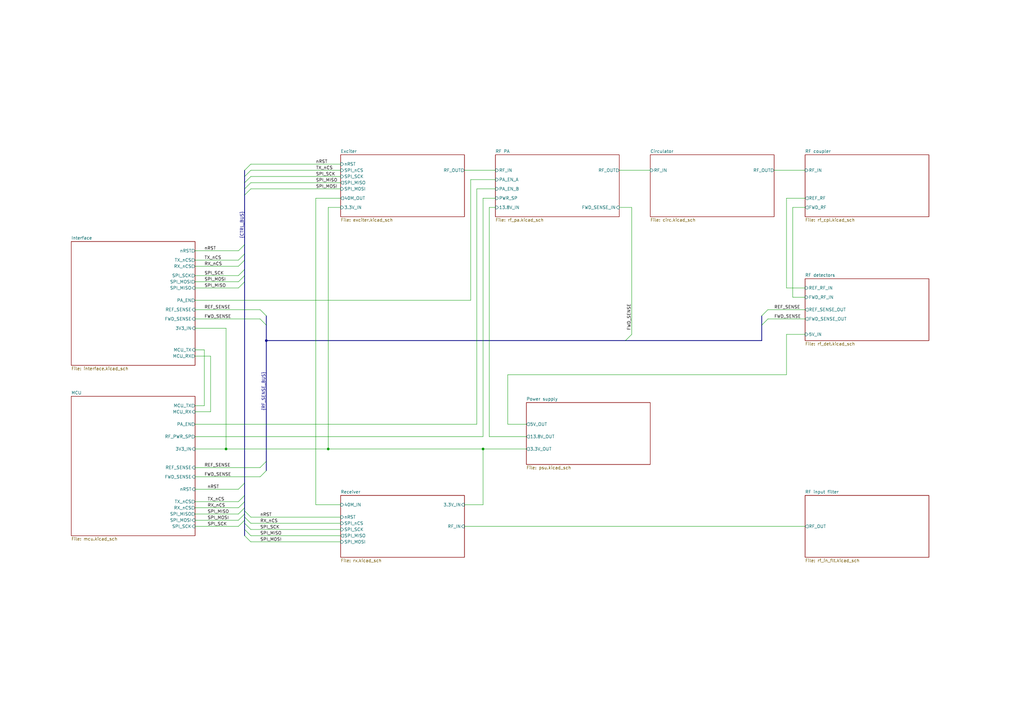
<source format=kicad_sch>
(kicad_sch (version 20230121) (generator eeschema)

  (uuid 4c42207c-9e6b-42da-ad38-da126b892014)

  (paper "A3")

  (title_block
    (title "M17 Remote Radio Unit - RF board")
    (date "10-10-2023")
    (rev "A")
    (company "M17 Project")
    (comment 1 "Wojciech Kaczmarski, SP5WWP")
  )

  (lib_symbols
  )

  (bus_alias "CTRL_BUS" (members "SPI_MISO" "SPI_MOSI" "SPI_SCK" "TX_nCS" "RX_nCS" "nRST"))
  (bus_alias "RF_SENSE_BUS" (members "REF_SENSE" "FWD_SENSE"))
  (junction (at 134.62 184.15) (diameter 0) (color 0 0 0 0)
    (uuid 0d798181-6828-44c3-9a16-b9a6d688165d)
  )
  (junction (at 109.22 139.7) (diameter 0) (color 0 0 0 0)
    (uuid 1a54d1e4-0c19-4cc7-af4b-8f0b6dd58c94)
  )
  (junction (at 92.71 184.15) (diameter 0) (color 0 0 0 0)
    (uuid 24558467-4174-41ea-beba-7b26278c5b88)
  )
  (junction (at 198.12 184.15) (diameter 0) (color 0 0 0 0)
    (uuid 59644ed9-c9a2-46b3-bce4-8938a6a3b67d)
  )

  (bus_entry (at 109.22 193.04) (size -2.54 2.54)
    (stroke (width 0) (type default))
    (uuid 066de444-a7fd-4c66-b861-2dbf7867a56f)
  )
  (bus_entry (at 100.33 69.85) (size 2.54 -2.54)
    (stroke (width 0) (type default))
    (uuid 0d932865-cd68-4495-a5a1-0f5f1917783f)
  )
  (bus_entry (at 100.33 205.74) (size -2.54 2.54)
    (stroke (width 0) (type default))
    (uuid 1dbd64b0-692e-4c46-9124-a4db322faeef)
  )
  (bus_entry (at 100.33 210.82) (size -2.54 2.54)
    (stroke (width 0) (type default))
    (uuid 2a643219-d5b5-4d0c-9f12-a2b01d4361dc)
  )
  (bus_entry (at 100.33 214.63) (size 2.54 2.54)
    (stroke (width 0) (type default))
    (uuid 3f21d4a4-20c2-4633-98db-63fbd84c0206)
  )
  (bus_entry (at 109.22 129.54) (size -2.54 -2.54)
    (stroke (width 0) (type default))
    (uuid 44eb5cbf-230c-4540-b51d-16c4b1f461da)
  )
  (bus_entry (at 109.22 189.23) (size -2.54 2.54)
    (stroke (width 0) (type default))
    (uuid 5414d232-c391-489e-8b66-4c4e87682e9d)
  )
  (bus_entry (at 100.33 74.93) (size 2.54 -2.54)
    (stroke (width 0) (type default))
    (uuid 5766ac73-17b9-44a1-a01a-cd326f361d62)
  )
  (bus_entry (at 100.33 80.01) (size 2.54 -2.54)
    (stroke (width 0) (type default))
    (uuid 5d9caf6f-3fb5-43cb-bf8f-66d896853f78)
  )
  (bus_entry (at 100.33 203.2) (size -2.54 2.54)
    (stroke (width 0) (type default))
    (uuid 601333f7-18c0-4dda-9eae-fbc2ba629778)
  )
  (bus_entry (at 100.33 219.71) (size 2.54 2.54)
    (stroke (width 0) (type default))
    (uuid 62375650-b6a3-436a-b4fb-c90e80620af0)
  )
  (bus_entry (at 109.22 133.35) (size -2.54 -2.54)
    (stroke (width 0) (type default))
    (uuid 62b05f4d-ed9e-40c9-9c96-bd71071850b2)
  )
  (bus_entry (at 100.33 104.14) (size -2.54 2.54)
    (stroke (width 0) (type default))
    (uuid 6c343dc8-6899-49b5-a364-ee8b196d6e21)
  )
  (bus_entry (at 100.33 208.28) (size -2.54 2.54)
    (stroke (width 0) (type default))
    (uuid 6c943c15-6b88-4531-a312-84aea7d8c05e)
  )
  (bus_entry (at 312.42 133.35) (size 2.54 -2.54)
    (stroke (width 0) (type default))
    (uuid 83ae1413-737d-4e32-acb4-7157908e7595)
  )
  (bus_entry (at 100.33 113.03) (size -2.54 2.54)
    (stroke (width 0) (type default))
    (uuid 8fc1c4a3-9451-43a7-85d6-32e43adc274e)
  )
  (bus_entry (at 100.33 209.55) (size 2.54 2.54)
    (stroke (width 0) (type default))
    (uuid 99fc5034-5615-4133-ac62-592ca6650c63)
  )
  (bus_entry (at 100.33 106.68) (size -2.54 2.54)
    (stroke (width 0) (type default))
    (uuid 9a92f2e3-f49c-4ba4-af88-cca34cde23cf)
  )
  (bus_entry (at 100.33 72.39) (size 2.54 -2.54)
    (stroke (width 0) (type default))
    (uuid 9ea8e79b-0d86-41c5-aa11-ee0e9dfa87c6)
  )
  (bus_entry (at 100.33 217.17) (size 2.54 2.54)
    (stroke (width 0) (type default))
    (uuid af051aee-05af-4d1a-90d8-16b5242da765)
  )
  (bus_entry (at 100.33 198.12) (size -2.54 2.54)
    (stroke (width 0) (type default))
    (uuid b144e1c3-2bb6-41a2-9071-d3ea8930a88e)
  )
  (bus_entry (at 100.33 212.09) (size 2.54 2.54)
    (stroke (width 0) (type default))
    (uuid bd6404b8-5e03-4592-b2e4-6b2d0780ac4c)
  )
  (bus_entry (at 100.33 115.57) (size -2.54 2.54)
    (stroke (width 0) (type default))
    (uuid c4069379-4080-47ea-be3b-5665c23be5f8)
  )
  (bus_entry (at 256.54 139.7) (size 2.54 -2.54)
    (stroke (width 0) (type default))
    (uuid c7f0b331-2ff2-43fa-b499-b2b54c205f2c)
  )
  (bus_entry (at 100.33 77.47) (size 2.54 -2.54)
    (stroke (width 0) (type default))
    (uuid cab6b17a-1600-4b1a-80f0-90590c2ceed3)
  )
  (bus_entry (at 100.33 213.36) (size -2.54 2.54)
    (stroke (width 0) (type default))
    (uuid cb091b65-abb7-4f26-9508-5ac93edc77f9)
  )
  (bus_entry (at 100.33 100.33) (size -2.54 2.54)
    (stroke (width 0) (type default))
    (uuid e01efc3a-5ce3-4ff4-8ae4-366b49efb95d)
  )
  (bus_entry (at 100.33 110.49) (size -2.54 2.54)
    (stroke (width 0) (type default))
    (uuid e2f5f903-e274-48ca-bc2d-97ddf3a7b916)
  )
  (bus_entry (at 312.42 129.54) (size 2.54 -2.54)
    (stroke (width 0) (type default))
    (uuid f6904ea6-2a15-47d2-a1b8-8cdbe62bb1ee)
  )

  (wire (pts (xy 102.87 69.85) (xy 139.7 69.85))
    (stroke (width 0) (type default))
    (uuid 029a84f0-01f8-4d9e-94ec-5d2d3a65c5f2)
  )
  (bus (pts (xy 100.33 213.36) (xy 100.33 214.63))
    (stroke (width 0) (type default))
    (uuid 08caa5d9-7bf8-49e2-a609-7173762016b8)
  )
  (bus (pts (xy 100.33 110.49) (xy 100.33 113.03))
    (stroke (width 0) (type default))
    (uuid 0a47c779-7f24-46c5-91f3-590ebcef949f)
  )

  (wire (pts (xy 330.2 137.16) (xy 322.58 137.16))
    (stroke (width 0) (type default))
    (uuid 0d53f190-3442-4a1d-8f89-0f399136b2bd)
  )
  (wire (pts (xy 80.01 102.87) (xy 97.79 102.87))
    (stroke (width 0) (type default))
    (uuid 0e971179-d3d3-4dd0-ad6d-fc2c00894582)
  )
  (wire (pts (xy 80.01 191.77) (xy 106.68 191.77))
    (stroke (width 0) (type default))
    (uuid 10c4bd21-70b7-4ea8-8e8d-8059fd3528d1)
  )
  (wire (pts (xy 80.01 208.28) (xy 97.79 208.28))
    (stroke (width 0) (type default))
    (uuid 14e2d472-d1a5-4ba5-a2c9-23d7ba58edfa)
  )
  (wire (pts (xy 80.01 195.58) (xy 106.68 195.58))
    (stroke (width 0) (type default))
    (uuid 1586e0d7-b537-4bb1-8d5b-bc43c9860152)
  )
  (wire (pts (xy 198.12 81.28) (xy 203.2 81.28))
    (stroke (width 0) (type default))
    (uuid 159fddd4-0a67-4fe4-af63-62531c4de6e0)
  )
  (wire (pts (xy 83.82 166.37) (xy 83.82 143.51))
    (stroke (width 0) (type default))
    (uuid 175f5acd-7466-4c96-bb26-4d046eeb0cd7)
  )
  (wire (pts (xy 80.01 109.22) (xy 97.79 109.22))
    (stroke (width 0) (type default))
    (uuid 18f328b3-e42e-48ff-ac66-0a4a085c9a4d)
  )
  (bus (pts (xy 100.33 106.68) (xy 100.33 110.49))
    (stroke (width 0) (type default))
    (uuid 190d590d-6e34-43da-b81b-aefc8373592e)
  )
  (bus (pts (xy 100.33 80.01) (xy 100.33 100.33))
    (stroke (width 0) (type default))
    (uuid 1c4a743f-7302-4430-a0aa-45fe0cc17458)
  )

  (wire (pts (xy 200.66 85.09) (xy 200.66 179.07))
    (stroke (width 0) (type default))
    (uuid 1d503d9c-30e6-46d8-b032-3c0c54ccad9c)
  )
  (wire (pts (xy 92.71 184.15) (xy 134.62 184.15))
    (stroke (width 0) (type default))
    (uuid 1f2cc723-cd65-44b5-83c9-47abab22add7)
  )
  (wire (pts (xy 92.71 134.62) (xy 92.71 184.15))
    (stroke (width 0) (type default))
    (uuid 2a9694f3-fef4-4300-8309-15e7e8a5d9e4)
  )
  (bus (pts (xy 100.33 69.85) (xy 100.33 72.39))
    (stroke (width 0) (type default))
    (uuid 2dea5771-3a81-42c6-a525-a48bebdb6845)
  )
  (bus (pts (xy 100.33 77.47) (xy 100.33 80.01))
    (stroke (width 0) (type default))
    (uuid 2e02e3d6-3faa-444b-aa03-4327a9b30c2b)
  )
  (bus (pts (xy 100.33 74.93) (xy 100.33 77.47))
    (stroke (width 0) (type default))
    (uuid 2e0fd962-9d19-472e-affc-e1d1c641a2ba)
  )

  (wire (pts (xy 314.96 127) (xy 330.2 127))
    (stroke (width 0) (type default))
    (uuid 2e52b752-c484-4e05-8afe-f266a393fa72)
  )
  (wire (pts (xy 80.01 106.68) (xy 97.79 106.68))
    (stroke (width 0) (type default))
    (uuid 3019d010-7534-4f0d-846d-86a0c5bf1345)
  )
  (wire (pts (xy 80.01 179.07) (xy 198.12 179.07))
    (stroke (width 0) (type default))
    (uuid 304e327f-ba1d-43ac-9a19-3957bb8f097d)
  )
  (wire (pts (xy 102.87 214.63) (xy 139.7 214.63))
    (stroke (width 0) (type default))
    (uuid 3340db4b-3406-41c1-ad53-6de35e7e5694)
  )
  (wire (pts (xy 134.62 184.15) (xy 198.12 184.15))
    (stroke (width 0) (type default))
    (uuid 339a0447-36a9-4469-a897-244314e3547d)
  )
  (bus (pts (xy 100.33 212.09) (xy 100.33 213.36))
    (stroke (width 0) (type default))
    (uuid 39f0efe4-b472-460f-9ef3-4514c8ffa7a8)
  )
  (bus (pts (xy 100.33 203.2) (xy 100.33 205.74))
    (stroke (width 0) (type default))
    (uuid 3bba82e4-0ce9-4dc0-8bd0-3bfef3e02864)
  )

  (wire (pts (xy 80.01 115.57) (xy 97.79 115.57))
    (stroke (width 0) (type default))
    (uuid 3d143731-9aba-423a-8b05-ef8eaa2ed36e)
  )
  (wire (pts (xy 102.87 222.25) (xy 139.7 222.25))
    (stroke (width 0) (type default))
    (uuid 4375ded7-dffd-4b46-af0a-04b3f35904d1)
  )
  (wire (pts (xy 134.62 85.09) (xy 139.7 85.09))
    (stroke (width 0) (type default))
    (uuid 45ab939a-8b3b-408e-b709-f9f67a2ccc6b)
  )
  (wire (pts (xy 80.01 118.11) (xy 97.79 118.11))
    (stroke (width 0) (type default))
    (uuid 4870c6cb-2269-45be-9eef-62b435b25235)
  )
  (wire (pts (xy 83.82 143.51) (xy 80.01 143.51))
    (stroke (width 0) (type default))
    (uuid 4b1011a7-004a-4927-9ab9-f6be7d207096)
  )
  (bus (pts (xy 109.22 139.7) (xy 256.54 139.7))
    (stroke (width 0) (type default))
    (uuid 5181bc64-ed00-4224-ae9b-a406c6ee18d6)
  )

  (wire (pts (xy 102.87 212.09) (xy 139.7 212.09))
    (stroke (width 0) (type default))
    (uuid 53893d70-f3d6-4078-84f3-1c1e9525b02d)
  )
  (wire (pts (xy 102.87 77.47) (xy 139.7 77.47))
    (stroke (width 0) (type default))
    (uuid 539a3ac7-a84a-4c4b-993a-0b038d659880)
  )
  (bus (pts (xy 100.33 205.74) (xy 100.33 208.28))
    (stroke (width 0) (type default))
    (uuid 53cb3180-0a84-4ed0-8b84-5371aeb2f916)
  )
  (bus (pts (xy 100.33 104.14) (xy 100.33 106.68))
    (stroke (width 0) (type default))
    (uuid 57f03ffd-21ac-407b-a9e0-8185c5e27d80)
  )

  (wire (pts (xy 190.5 215.9) (xy 330.2 215.9))
    (stroke (width 0) (type default))
    (uuid 5a140e32-12e5-4daa-b4e2-6e7356629223)
  )
  (wire (pts (xy 80.01 184.15) (xy 92.71 184.15))
    (stroke (width 0) (type default))
    (uuid 5bde4b2b-f89d-4d59-bc27-c7147f1f7c45)
  )
  (wire (pts (xy 208.28 153.67) (xy 322.58 153.67))
    (stroke (width 0) (type default))
    (uuid 5d0691f0-a9e2-4299-b240-af89ba9b2b3b)
  )
  (wire (pts (xy 208.28 173.99) (xy 208.28 153.67))
    (stroke (width 0) (type default))
    (uuid 5fed59bb-3882-4cb9-9772-5487bc4088c7)
  )
  (wire (pts (xy 195.58 77.47) (xy 195.58 173.99))
    (stroke (width 0) (type default))
    (uuid 62900425-e186-4a44-b676-b394adc4c967)
  )
  (wire (pts (xy 139.7 81.28) (xy 129.54 81.28))
    (stroke (width 0) (type default))
    (uuid 682e80a3-5d7a-42dc-a03b-9c7b2620e467)
  )
  (wire (pts (xy 134.62 85.09) (xy 134.62 184.15))
    (stroke (width 0) (type default))
    (uuid 689d1779-e64f-498e-b8c3-53be834cc1bd)
  )
  (wire (pts (xy 314.96 130.81) (xy 330.2 130.81))
    (stroke (width 0) (type default))
    (uuid 6d651cdf-5774-453a-8b75-f7704d5e6611)
  )
  (wire (pts (xy 80.01 166.37) (xy 83.82 166.37))
    (stroke (width 0) (type default))
    (uuid 6dbe993b-646b-4bd0-acaf-b0edd607da6a)
  )
  (wire (pts (xy 80.01 210.82) (xy 97.79 210.82))
    (stroke (width 0) (type default))
    (uuid 6f86f71d-48f4-4cc7-8204-139ea279a5a4)
  )
  (wire (pts (xy 322.58 153.67) (xy 322.58 137.16))
    (stroke (width 0) (type default))
    (uuid 70cbf5c2-ede7-4793-b47a-c66a5f71ee58)
  )
  (wire (pts (xy 102.87 72.39) (xy 139.7 72.39))
    (stroke (width 0) (type default))
    (uuid 75348f36-c4cd-4c25-9735-75f26d3f7b0c)
  )
  (bus (pts (xy 109.22 139.7) (xy 109.22 189.23))
    (stroke (width 0) (type default))
    (uuid 761972d5-7a1d-4876-927c-1761c9c75bcc)
  )

  (wire (pts (xy 198.12 179.07) (xy 198.12 81.28))
    (stroke (width 0) (type default))
    (uuid 77b4c0a5-5783-4b99-88e6-3d72d7d56e54)
  )
  (wire (pts (xy 200.66 85.09) (xy 203.2 85.09))
    (stroke (width 0) (type default))
    (uuid 7c84fbac-c7c5-4bfd-8959-d954f7707c4c)
  )
  (bus (pts (xy 256.54 139.7) (xy 312.42 139.7))
    (stroke (width 0) (type default))
    (uuid 7e0a4728-b0a5-4e7b-ac1d-197706d695e0)
  )
  (bus (pts (xy 100.33 100.33) (xy 100.33 104.14))
    (stroke (width 0) (type default))
    (uuid 7f268c9e-8ec1-4eb7-a025-b9d88a8acb8e)
  )

  (wire (pts (xy 102.87 217.17) (xy 139.7 217.17))
    (stroke (width 0) (type default))
    (uuid 7fe41b51-25c6-4ec4-8820-37e344b04f6a)
  )
  (wire (pts (xy 129.54 81.28) (xy 129.54 207.01))
    (stroke (width 0) (type default))
    (uuid 7ff572e0-300b-49ed-8fe0-6ea238ef7e8a)
  )
  (wire (pts (xy 80.01 213.36) (xy 97.79 213.36))
    (stroke (width 0) (type default))
    (uuid 80f0c64a-deb7-47ac-8b16-00a4f9662a8b)
  )
  (wire (pts (xy 193.04 73.66) (xy 203.2 73.66))
    (stroke (width 0) (type default))
    (uuid 84d9d0f1-066a-4d04-97ce-4ff2fdbd3ed5)
  )
  (bus (pts (xy 109.22 129.54) (xy 109.22 133.35))
    (stroke (width 0) (type default))
    (uuid 84e83ceb-ccb0-4ad0-9ab5-a91b56b9bb20)
  )

  (wire (pts (xy 80.01 146.05) (xy 86.36 146.05))
    (stroke (width 0) (type default))
    (uuid 8569d685-bc15-4908-b12d-66790207ce3d)
  )
  (wire (pts (xy 322.58 118.11) (xy 330.2 118.11))
    (stroke (width 0) (type default))
    (uuid 8b4460af-8b02-436f-81b8-80194ca46140)
  )
  (bus (pts (xy 109.22 133.35) (xy 109.22 139.7))
    (stroke (width 0) (type default))
    (uuid 911e22e4-19fc-47bc-bd32-83b0007dea4e)
  )

  (wire (pts (xy 198.12 184.15) (xy 198.12 207.01))
    (stroke (width 0) (type default))
    (uuid 9394ce93-d9cd-422f-bf45-0f2a5805e712)
  )
  (wire (pts (xy 129.54 207.01) (xy 139.7 207.01))
    (stroke (width 0) (type default))
    (uuid 93a7a12f-cfac-49d9-aac8-ce74a2317bbd)
  )
  (wire (pts (xy 190.5 69.85) (xy 203.2 69.85))
    (stroke (width 0) (type default))
    (uuid 95e6bc7f-5b22-499f-b7c3-d6f359f872ce)
  )
  (wire (pts (xy 254 69.85) (xy 266.7 69.85))
    (stroke (width 0) (type default))
    (uuid 9a4b1707-cf53-4dc1-afa6-0e5526f426b9)
  )
  (bus (pts (xy 100.33 115.57) (xy 100.33 198.12))
    (stroke (width 0) (type default))
    (uuid 9ef67fc6-81eb-47c6-8b3a-bbcb9c0ecf08)
  )

  (wire (pts (xy 200.66 179.07) (xy 215.9 179.07))
    (stroke (width 0) (type default))
    (uuid a1ef8f1f-0aa0-4258-9e09-92533f16a2d8)
  )
  (wire (pts (xy 80.01 205.74) (xy 97.79 205.74))
    (stroke (width 0) (type default))
    (uuid a4cd671b-0db2-40d5-8e0a-4c64fc9d5f51)
  )
  (bus (pts (xy 100.33 210.82) (xy 100.33 212.09))
    (stroke (width 0) (type default))
    (uuid ab0135c1-9af0-4db8-b665-49114ae9a0e9)
  )
  (bus (pts (xy 100.33 214.63) (xy 100.33 217.17))
    (stroke (width 0) (type default))
    (uuid af513c3c-ea39-4ed6-9420-970025b49bdb)
  )

  (wire (pts (xy 317.5 69.85) (xy 330.2 69.85))
    (stroke (width 0) (type default))
    (uuid b06157fb-adfc-48f0-a026-e9e85b9a67c2)
  )
  (bus (pts (xy 100.33 217.17) (xy 100.33 219.71))
    (stroke (width 0) (type default))
    (uuid b0a8f1b9-07ab-4660-b53f-f9017c6c3dab)
  )

  (wire (pts (xy 325.12 121.92) (xy 330.2 121.92))
    (stroke (width 0) (type default))
    (uuid b94365d3-2b06-4f8a-840a-829b68c66bde)
  )
  (wire (pts (xy 102.87 67.31) (xy 139.7 67.31))
    (stroke (width 0) (type default))
    (uuid b9c35df2-5ccf-477a-ba7e-3fffb77107f6)
  )
  (wire (pts (xy 80.01 123.19) (xy 193.04 123.19))
    (stroke (width 0) (type default))
    (uuid bb9c7f68-6261-4c07-8db1-8b654e1e379e)
  )
  (wire (pts (xy 198.12 184.15) (xy 215.9 184.15))
    (stroke (width 0) (type default))
    (uuid be3e7797-e631-4c32-a6b7-b4b4472a734f)
  )
  (wire (pts (xy 203.2 77.47) (xy 195.58 77.47))
    (stroke (width 0) (type default))
    (uuid be806c88-97b3-41af-8f80-7fd7aaff9214)
  )
  (wire (pts (xy 102.87 219.71) (xy 139.7 219.71))
    (stroke (width 0) (type default))
    (uuid be8c62c0-eec9-4b0d-9727-2724c0a43873)
  )
  (wire (pts (xy 80.01 134.62) (xy 92.71 134.62))
    (stroke (width 0) (type default))
    (uuid c09e5af6-fbf1-4f9c-bfe0-5b72846a7d77)
  )
  (wire (pts (xy 193.04 123.19) (xy 193.04 73.66))
    (stroke (width 0) (type default))
    (uuid c226a901-5c05-4159-b338-11073573878c)
  )
  (bus (pts (xy 100.33 113.03) (xy 100.33 115.57))
    (stroke (width 0) (type default))
    (uuid c52fbd22-fc29-4d71-a531-7bea2a44fa50)
  )

  (wire (pts (xy 330.2 81.28) (xy 322.58 81.28))
    (stroke (width 0) (type default))
    (uuid c877a9c4-2c31-49b0-8be1-7ab373d14829)
  )
  (wire (pts (xy 215.9 173.99) (xy 208.28 173.99))
    (stroke (width 0) (type default))
    (uuid caacae69-f2df-4de5-a08e-651b3775e10e)
  )
  (wire (pts (xy 190.5 207.01) (xy 198.12 207.01))
    (stroke (width 0) (type default))
    (uuid cb94b355-62a1-4689-81ef-823e6f1783a8)
  )
  (bus (pts (xy 100.33 208.28) (xy 100.33 209.55))
    (stroke (width 0) (type default))
    (uuid cbf30b19-51e5-4888-a404-0f256e8f7e0f)
  )

  (wire (pts (xy 259.08 85.09) (xy 254 85.09))
    (stroke (width 0) (type default))
    (uuid cc452b81-1a7f-4c9b-a567-f4f21d3c014a)
  )
  (wire (pts (xy 86.36 146.05) (xy 86.36 168.91))
    (stroke (width 0) (type default))
    (uuid cdc7bdb0-6417-4593-91da-03e9d3de41e2)
  )
  (bus (pts (xy 312.42 129.54) (xy 312.42 133.35))
    (stroke (width 0) (type default))
    (uuid d2756bc0-628c-4ab6-83d6-a03f367dbf2f)
  )
  (bus (pts (xy 312.42 133.35) (xy 312.42 139.7))
    (stroke (width 0) (type default))
    (uuid d4cdb99e-3665-4cc9-868c-a9f59385f2ff)
  )

  (wire (pts (xy 259.08 85.09) (xy 259.08 137.16))
    (stroke (width 0) (type default))
    (uuid d9499b27-2db5-443b-bf01-0a272e3184ab)
  )
  (wire (pts (xy 80.01 113.03) (xy 97.79 113.03))
    (stroke (width 0) (type default))
    (uuid d96a599e-5a4f-4973-93d2-525c7f197266)
  )
  (wire (pts (xy 80.01 127) (xy 106.68 127))
    (stroke (width 0) (type default))
    (uuid d9a59dbc-7c29-47c2-89e6-af3c231b5cf9)
  )
  (wire (pts (xy 80.01 215.9) (xy 97.79 215.9))
    (stroke (width 0) (type default))
    (uuid decb7bab-c530-485f-8d53-4834ceef045b)
  )
  (wire (pts (xy 325.12 85.09) (xy 325.12 121.92))
    (stroke (width 0) (type default))
    (uuid e5f1e4d4-b343-44c7-84bb-e17681f2b87c)
  )
  (wire (pts (xy 102.87 74.93) (xy 139.7 74.93))
    (stroke (width 0) (type default))
    (uuid e786b39a-afe0-4f36-92d8-4dd4ba9ec3c1)
  )
  (wire (pts (xy 86.36 168.91) (xy 80.01 168.91))
    (stroke (width 0) (type default))
    (uuid e89548db-8ab3-4532-91e8-75933070213e)
  )
  (wire (pts (xy 80.01 130.81) (xy 106.68 130.81))
    (stroke (width 0) (type default))
    (uuid eb541cc3-5ef5-4430-94d0-dce81e64a6d1)
  )
  (bus (pts (xy 100.33 72.39) (xy 100.33 74.93))
    (stroke (width 0) (type default))
    (uuid ed3c34c2-831f-463b-b2d7-ff9bbe8ca618)
  )

  (wire (pts (xy 195.58 173.99) (xy 80.01 173.99))
    (stroke (width 0) (type default))
    (uuid ed4d6358-a49a-4892-a7de-b823e8ee2a5d)
  )
  (wire (pts (xy 322.58 81.28) (xy 322.58 118.11))
    (stroke (width 0) (type default))
    (uuid f0214010-c2b2-4bc8-93fb-1fbb5ad8e7d9)
  )
  (bus (pts (xy 100.33 209.55) (xy 100.33 210.82))
    (stroke (width 0) (type default))
    (uuid f18f73fa-37e8-4f55-9252-26a66ef3a8e4)
  )
  (bus (pts (xy 100.33 198.12) (xy 100.33 203.2))
    (stroke (width 0) (type default))
    (uuid f311818d-41b2-40b1-afc1-874081a6ece1)
  )

  (wire (pts (xy 80.01 200.66) (xy 97.79 200.66))
    (stroke (width 0) (type default))
    (uuid f3de349f-e53c-47b1-9606-4a1d1afbe36b)
  )
  (wire (pts (xy 330.2 85.09) (xy 325.12 85.09))
    (stroke (width 0) (type default))
    (uuid f96e88af-5a81-4e61-97d3-f2e30fc438a8)
  )
  (bus (pts (xy 109.22 189.23) (xy 109.22 193.04))
    (stroke (width 0) (type default))
    (uuid fe75b571-bf84-41f4-bf9e-fd7ffc2c310f)
  )

  (label "SPI_MOSI" (at 129.54 77.47 0) (fields_autoplaced)
    (effects (font (size 1.27 1.27)) (justify left bottom))
    (uuid 0c2353e9-6603-4f5b-a70b-f86454ecf108)
  )
  (label "REF_SENSE" (at 83.82 191.77 0) (fields_autoplaced)
    (effects (font (size 1.27 1.27)) (justify left bottom))
    (uuid 1397308c-6d54-4081-8ac1-7131256b97b8)
  )
  (label "TX_nCS" (at 83.82 106.68 0) (fields_autoplaced)
    (effects (font (size 1.27 1.27)) (justify left bottom))
    (uuid 18f3fd47-2ac7-4441-af25-ef33cc07c41d)
  )
  (label "TX_nCS" (at 129.54 69.85 0) (fields_autoplaced)
    (effects (font (size 1.27 1.27)) (justify left bottom))
    (uuid 23cb80b5-da50-412f-9f26-3a9ffb436c19)
  )
  (label "SPI_MISO" (at 129.54 74.93 0) (fields_autoplaced)
    (effects (font (size 1.27 1.27)) (justify left bottom))
    (uuid 26d2daf5-2a0d-4e7d-a4ab-efd4b19247f8)
  )
  (label "nRST" (at 129.54 67.31 0) (fields_autoplaced)
    (effects (font (size 1.27 1.27)) (justify left bottom))
    (uuid 2d8d9038-0782-436c-a0c7-6c4bb9499dcd)
  )
  (label "nRST" (at 83.82 102.87 0) (fields_autoplaced)
    (effects (font (size 1.27 1.27)) (justify left bottom))
    (uuid 2ff67fce-d9ee-42b0-9b01-6150628bc631)
  )
  (label "SPI_MOSI" (at 85.09 213.36 0) (fields_autoplaced)
    (effects (font (size 1.27 1.27)) (justify left bottom))
    (uuid 319f1aa6-488d-445a-970a-e5911570cc22)
  )
  (label "nRST" (at 106.68 212.09 0) (fields_autoplaced)
    (effects (font (size 1.27 1.27)) (justify left bottom))
    (uuid 3285fca7-30b4-4afd-aa18-51d249273ed2)
  )
  (label "SPI_SCK" (at 85.09 215.9 0) (fields_autoplaced)
    (effects (font (size 1.27 1.27)) (justify left bottom))
    (uuid 354b2037-3931-4997-b513-895d762d87af)
  )
  (label "SPI_SCK" (at 83.82 113.03 0) (fields_autoplaced)
    (effects (font (size 1.27 1.27)) (justify left bottom))
    (uuid 358e8b9f-52f0-41ae-b5a9-7b660bf2a4f5)
  )
  (label "FWD_SENSE" (at 317.5 130.81 0) (fields_autoplaced)
    (effects (font (size 1.27 1.27)) (justify left bottom))
    (uuid 3b007a82-86c1-410c-9323-8b870c925067)
  )
  (label "SPI_SCK" (at 106.68 217.17 0) (fields_autoplaced)
    (effects (font (size 1.27 1.27)) (justify left bottom))
    (uuid 3deb144c-53f5-434b-b3f8-e4a96e7d86d4)
  )
  (label "REF_SENSE" (at 83.82 127 0) (fields_autoplaced)
    (effects (font (size 1.27 1.27)) (justify left bottom))
    (uuid 57054940-618f-497d-993b-aa1d8176b332)
  )
  (label "SPI_MISO" (at 106.68 219.71 0) (fields_autoplaced)
    (effects (font (size 1.27 1.27)) (justify left bottom))
    (uuid 73c6916f-24cb-48cb-b1b2-edf401e7a9f2)
  )
  (label "{RF_SENSE_BUS}" (at 109.22 152.4 270) (fields_autoplaced)
    (effects (font (size 1.27 1.27)) (justify right bottom))
    (uuid 7bc6829b-f7e8-416a-851c-6ab8d56fc3af)
  )
  (label "FWD_SENSE" (at 83.82 195.58 0) (fields_autoplaced)
    (effects (font (size 1.27 1.27)) (justify left bottom))
    (uuid 7c9b703b-c3bf-408a-8e91-f426a7d7d4ce)
  )
  (label "{CTRL_BUS}" (at 100.33 97.79 90) (fields_autoplaced)
    (effects (font (size 1.27 1.27)) (justify left bottom))
    (uuid 7c9f1df5-da62-41dc-bd59-9614b26cc039)
  )
  (label "RX_nCS" (at 83.82 109.22 0) (fields_autoplaced)
    (effects (font (size 1.27 1.27)) (justify left bottom))
    (uuid 8e06e972-8349-4b6e-8b38-daa911e288e8)
  )
  (label "FWD_SENSE" (at 259.08 124.46 270) (fields_autoplaced)
    (effects (font (size 1.27 1.27)) (justify right bottom))
    (uuid 9646c99d-8012-4c26-9fbb-5b989abb8688)
  )
  (label "SPI_MISO" (at 85.09 210.82 0) (fields_autoplaced)
    (effects (font (size 1.27 1.27)) (justify left bottom))
    (uuid 9a3f5d49-5bda-463e-9c58-e1e290c8010e)
  )
  (label "RX_nCS" (at 85.09 208.28 0) (fields_autoplaced)
    (effects (font (size 1.27 1.27)) (justify left bottom))
    (uuid 9f263a81-4901-462f-8694-71111270001c)
  )
  (label "SPI_SCK" (at 129.54 72.39 0) (fields_autoplaced)
    (effects (font (size 1.27 1.27)) (justify left bottom))
    (uuid a1426f84-d527-457a-8e25-00a541faf912)
  )
  (label "REF_SENSE" (at 317.5 127 0) (fields_autoplaced)
    (effects (font (size 1.27 1.27)) (justify left bottom))
    (uuid a196c13a-573e-4494-8ac4-88943ec82734)
  )
  (label "SPI_MOSI" (at 106.68 222.25 0) (fields_autoplaced)
    (effects (font (size 1.27 1.27)) (justify left bottom))
    (uuid a38a0142-f71b-4794-9618-2d462a890eb2)
  )
  (label "TX_nCS" (at 85.09 205.74 0) (fields_autoplaced)
    (effects (font (size 1.27 1.27)) (justify left bottom))
    (uuid b1167e7d-5600-4c9a-9731-12a91c259d2f)
  )
  (label "FWD_SENSE" (at 83.82 130.81 0) (fields_autoplaced)
    (effects (font (size 1.27 1.27)) (justify left bottom))
    (uuid b22c67fe-6bc2-4555-b277-c35df9ed7396)
  )
  (label "nRST" (at 85.09 200.66 0) (fields_autoplaced)
    (effects (font (size 1.27 1.27)) (justify left bottom))
    (uuid e15d211b-99e9-4fee-b22e-d27c20a72d7d)
  )
  (label "SPI_MISO" (at 83.82 118.11 0) (fields_autoplaced)
    (effects (font (size 1.27 1.27)) (justify left bottom))
    (uuid eabbe4ca-3188-400c-8f50-687ad0b9287b)
  )
  (label "SPI_MOSI" (at 83.82 115.57 0) (fields_autoplaced)
    (effects (font (size 1.27 1.27)) (justify left bottom))
    (uuid f930f7a4-09e3-4da0-8f36-be14b78b55c0)
  )
  (label "RX_nCS" (at 106.68 214.63 0) (fields_autoplaced)
    (effects (font (size 1.27 1.27)) (justify left bottom))
    (uuid fcb5d5a6-d451-4ff0-8c12-4e92fff0d2e4)
  )

  (sheet (at 29.21 162.56) (size 50.8 57.15) (fields_autoplaced)
    (stroke (width 0.1524) (type solid))
    (fill (color 0 0 0 0.0000))
    (uuid 270fa747-1697-46c9-b996-5c9733c883e2)
    (property "Sheetname" "MCU" (at 29.21 161.8484 0)
      (effects (font (size 1.27 1.27)) (justify left bottom))
    )
    (property "Sheetfile" "mcu.kicad_sch" (at 29.21 220.2946 0)
      (effects (font (size 1.27 1.27)) (justify left top))
    )
    (pin "MCU_RX" input (at 80.01 168.91 0)
      (effects (font (size 1.27 1.27)) (justify right))
      (uuid b274ab99-0dc4-4b62-97dc-154296c11f54)
    )
    (pin "MCU_TX" output (at 80.01 166.37 0)
      (effects (font (size 1.27 1.27)) (justify right))
      (uuid f216507f-4fa5-4d0a-8c4d-241b4a396969)
    )
    (pin "RF_PWR_SP" output (at 80.01 179.07 0)
      (effects (font (size 1.27 1.27)) (justify right))
      (uuid 71cd24de-fac9-473f-bd4a-41ccc225f83e)
    )
    (pin "nRST" input (at 80.01 200.66 0)
      (effects (font (size 1.27 1.27)) (justify right))
      (uuid f2f88582-2546-48a6-b3dd-1f3df823ae3d)
    )
    (pin "3V3_IN" input (at 80.01 184.15 0)
      (effects (font (size 1.27 1.27)) (justify right))
      (uuid 87030853-3ed4-43fd-a274-cf7909a3c2ac)
    )
    (pin "REF_SENSE" input (at 80.01 191.77 0)
      (effects (font (size 1.27 1.27)) (justify right))
      (uuid 1a15583a-2a5a-4aa7-ac5b-bf52f82a4321)
    )
    (pin "TX_nCS" output (at 80.01 205.74 0)
      (effects (font (size 1.27 1.27)) (justify right))
      (uuid 1512b584-444b-4617-999b-07b50e4c4d29)
    )
    (pin "RX_nCS" output (at 80.01 208.28 0)
      (effects (font (size 1.27 1.27)) (justify right))
      (uuid db30c6c7-d85c-41fb-8b5e-5f20baf316d3)
    )
    (pin "PA_EN" output (at 80.01 173.99 0)
      (effects (font (size 1.27 1.27)) (justify right))
      (uuid a248f76d-e611-4924-84b1-0c1c561f2ee8)
    )
    (pin "SPI_SCK" input (at 80.01 215.9 0)
      (effects (font (size 1.27 1.27)) (justify right))
      (uuid 67a14e9f-1da3-4a8d-bf14-7312384a43be)
    )
    (pin "SPI_MISO" output (at 80.01 210.82 0)
      (effects (font (size 1.27 1.27)) (justify right))
      (uuid feeddbb4-a063-4d1e-8b9b-7954b61fd774)
    )
    (pin "SPI_MOSI" input (at 80.01 213.36 0)
      (effects (font (size 1.27 1.27)) (justify right))
      (uuid 335649fd-f063-40e1-83cb-6dbe08a62cac)
    )
    (pin "FWD_SENSE" input (at 80.01 195.58 0)
      (effects (font (size 1.27 1.27)) (justify right))
      (uuid eb599e29-4c91-4a1d-b275-edc024ccbcf3)
    )
    (instances
      (project "m17-rru-rf"
        (path "/4c42207c-9e6b-42da-ad38-da126b892014" (page "8"))
      )
    )
  )

  (sheet (at 29.21 99.06) (size 50.8 50.8) (fields_autoplaced)
    (stroke (width 0.1524) (type solid))
    (fill (color 0 0 0 0.0000))
    (uuid 3ea647a3-6e2c-4a7a-bdb8-a6b94119ef02)
    (property "Sheetname" "Interface" (at 29.21 98.3484 0)
      (effects (font (size 1.27 1.27)) (justify left bottom))
    )
    (property "Sheetfile" "interface.kicad_sch" (at 29.21 150.4446 0)
      (effects (font (size 1.27 1.27)) (justify left top))
    )
    (pin "MCU_RX" output (at 80.01 146.05 0)
      (effects (font (size 1.27 1.27)) (justify right))
      (uuid 107d64aa-ac1f-4e7f-8dc9-b25532cafa0f)
    )
    (pin "PA_EN" output (at 80.01 123.19 0)
      (effects (font (size 1.27 1.27)) (justify right))
      (uuid f2a7ce64-c417-45af-b688-8115f6c1571d)
    )
    (pin "SPI_MISO" input (at 80.01 118.11 0)
      (effects (font (size 1.27 1.27)) (justify right))
      (uuid 988bf55b-1046-438f-9436-9347803ae4ee)
    )
    (pin "nRST" output (at 80.01 102.87 0)
      (effects (font (size 1.27 1.27)) (justify right))
      (uuid 99f284fd-fa05-4cd0-9455-a9550748940e)
    )
    (pin "MCU_TX" input (at 80.01 143.51 0)
      (effects (font (size 1.27 1.27)) (justify right))
      (uuid 0cb824b3-3682-42a6-a16e-de6054261b18)
    )
    (pin "REF_SENSE" input (at 80.01 127 0)
      (effects (font (size 1.27 1.27)) (justify right))
      (uuid 12e5495c-8302-4d48-b337-16dba627e163)
    )
    (pin "FWD_SENSE" input (at 80.01 130.81 0)
      (effects (font (size 1.27 1.27)) (justify right))
      (uuid d24122e8-90dd-436d-9ec1-7136adee2e48)
    )
    (pin "3V3_IN" input (at 80.01 134.62 0)
      (effects (font (size 1.27 1.27)) (justify right))
      (uuid 482307bd-227c-4b03-bebb-fe225efb9107)
    )
    (pin "TX_nCS" output (at 80.01 106.68 0)
      (effects (font (size 1.27 1.27)) (justify right))
      (uuid b65c3c6b-1813-4622-9c9f-31e93babdc1e)
    )
    (pin "RX_nCS" output (at 80.01 109.22 0)
      (effects (font (size 1.27 1.27)) (justify right))
      (uuid 78c80465-aaa7-42a0-ba51-7273f6235c48)
    )
    (pin "SPI_MOSI" output (at 80.01 115.57 0)
      (effects (font (size 1.27 1.27)) (justify right))
      (uuid def7bebf-1764-4619-996e-cd30253de133)
    )
    (pin "SPI_SCK" output (at 80.01 113.03 0)
      (effects (font (size 1.27 1.27)) (justify right))
      (uuid 1158d394-8050-4d52-ab00-b5acf04eff6a)
    )
    (instances
      (project "m17-rru-rf"
        (path "/4c42207c-9e6b-42da-ad38-da126b892014" (page "10"))
      )
    )
  )

  (sheet (at 266.7 63.5) (size 50.8 25.4) (fields_autoplaced)
    (stroke (width 0.1524) (type solid))
    (fill (color 0 0 0 0.0000))
    (uuid 52ad0992-68c2-4318-a1ac-e7f0506bc4fb)
    (property "Sheetname" "Circulator" (at 266.7 62.7884 0)
      (effects (font (size 1.27 1.27)) (justify left bottom))
    )
    (property "Sheetfile" "circ.kicad_sch" (at 266.7 89.4846 0)
      (effects (font (size 1.27 1.27)) (justify left top))
    )
    (pin "RF_IN" input (at 266.7 69.85 180)
      (effects (font (size 1.27 1.27)) (justify left))
      (uuid 3b893894-fd40-4121-b39b-2ab8f75e0899)
    )
    (pin "RF_OUT" output (at 317.5 69.85 0)
      (effects (font (size 1.27 1.27)) (justify right))
      (uuid 05050bb3-2e0e-466f-acc0-2a41162039ff)
    )
    (instances
      (project "m17-rru-rf"
        (path "/4c42207c-9e6b-42da-ad38-da126b892014" (page "9"))
      )
    )
  )

  (sheet (at 330.2 203.2) (size 50.8 25.4) (fields_autoplaced)
    (stroke (width 0.1524) (type solid))
    (fill (color 0 0 0 0.0000))
    (uuid 548d001d-7c84-4d2c-957b-c97be3023400)
    (property "Sheetname" "RF input filter" (at 330.2 202.4884 0)
      (effects (font (size 1.27 1.27)) (justify left bottom))
    )
    (property "Sheetfile" "rf_in_flt.kicad_sch" (at 330.2 229.1846 0)
      (effects (font (size 1.27 1.27)) (justify left top))
    )
    (pin "RF_OUT" output (at 330.2 215.9 180)
      (effects (font (size 1.27 1.27)) (justify left))
      (uuid c5545f3d-0dcb-45d8-bf4c-92b248ce48df)
    )
    (instances
      (project "m17-rru-rf"
        (path "/4c42207c-9e6b-42da-ad38-da126b892014" (page "11"))
      )
    )
  )

  (sheet (at 330.2 63.5) (size 50.8 25.4) (fields_autoplaced)
    (stroke (width 0.1524) (type solid))
    (fill (color 0 0 0 0.0000))
    (uuid 59b2721c-5b8a-4fc3-bf5e-590dec787afb)
    (property "Sheetname" "RF coupler" (at 330.2 62.7884 0)
      (effects (font (size 1.27 1.27)) (justify left bottom))
    )
    (property "Sheetfile" "rf_cpl.kicad_sch" (at 330.2 89.4846 0)
      (effects (font (size 1.27 1.27)) (justify left top))
    )
    (pin "RF_IN" input (at 330.2 69.85 180)
      (effects (font (size 1.27 1.27)) (justify left))
      (uuid 96a2c4da-ba37-4763-b7c9-9398d6f3b8c5)
    )
    (pin "FWD_RF" output (at 330.2 85.09 180)
      (effects (font (size 1.27 1.27)) (justify left))
      (uuid ea7249db-5327-40ae-91f8-c7c1598d205c)
    )
    (pin "REF_RF" output (at 330.2 81.28 180)
      (effects (font (size 1.27 1.27)) (justify left))
      (uuid 21d17609-055d-49bc-b13d-ce9d9e3372e4)
    )
    (instances
      (project "m17-rru-rf"
        (path "/4c42207c-9e6b-42da-ad38-da126b892014" (page "5"))
      )
    )
  )

  (sheet (at 139.7 203.2) (size 50.8 25.4) (fields_autoplaced)
    (stroke (width 0.1524) (type solid))
    (fill (color 0 0 0 0.0000))
    (uuid 67f0dbce-cbd0-480e-94dd-fb4f6a57e3e4)
    (property "Sheetname" "Receiver" (at 139.7 202.4884 0)
      (effects (font (size 1.27 1.27)) (justify left bottom))
    )
    (property "Sheetfile" "rx.kicad_sch" (at 139.7 229.1846 0)
      (effects (font (size 1.27 1.27)) (justify left top))
    )
    (pin "SPI_nCS" input (at 139.7 214.63 180)
      (effects (font (size 1.27 1.27)) (justify left))
      (uuid 59a08755-c617-446e-a55e-160c11467905)
    )
    (pin "SPI_MOSI" input (at 139.7 222.25 180)
      (effects (font (size 1.27 1.27)) (justify left))
      (uuid e1d57c34-613c-4000-a89c-6d79e7a735a3)
    )
    (pin "SPI_SCK" input (at 139.7 217.17 180)
      (effects (font (size 1.27 1.27)) (justify left))
      (uuid 3ffd5646-dd2b-4f6b-bb10-56d7876e149e)
    )
    (pin "nRST" input (at 139.7 212.09 180)
      (effects (font (size 1.27 1.27)) (justify left))
      (uuid 851866a3-b2d3-40f6-89ab-f50d38aafe96)
    )
    (pin "SPI_MISO" output (at 139.7 219.71 180)
      (effects (font (size 1.27 1.27)) (justify left))
      (uuid 44e740d2-5bc9-44f4-ab26-2490eca4d668)
    )
    (pin "RF_IN" input (at 190.5 215.9 0)
      (effects (font (size 1.27 1.27)) (justify right))
      (uuid 593b52c6-44dc-46f4-8a7c-552036fa5a68)
    )
    (pin "3.3V_IN" input (at 190.5 207.01 0)
      (effects (font (size 1.27 1.27)) (justify right))
      (uuid 3671ba6e-5dcc-48df-ad0d-125850329bc9)
    )
    (pin "40M_IN" input (at 139.7 207.01 180)
      (effects (font (size 1.27 1.27)) (justify left))
      (uuid 571f1f9f-e0f9-43ec-b917-d1da3d1fa200)
    )
    (instances
      (project "m17-rru-rf"
        (path "/4c42207c-9e6b-42da-ad38-da126b892014" (page "6"))
      )
    )
  )

  (sheet (at 215.9 165.1) (size 50.8 25.4) (fields_autoplaced)
    (stroke (width 0.1524) (type solid))
    (fill (color 0 0 0 0.0000))
    (uuid 76d2ec5b-2ec2-4780-ac71-2509ae9f2d67)
    (property "Sheetname" "Power supply" (at 215.9 164.3884 0)
      (effects (font (size 1.27 1.27)) (justify left bottom))
    )
    (property "Sheetfile" "psu.kicad_sch" (at 215.9 191.0846 0)
      (effects (font (size 1.27 1.27)) (justify left top))
    )
    (pin "13.8V_OUT" output (at 215.9 179.07 180)
      (effects (font (size 1.27 1.27)) (justify left))
      (uuid 03d08a28-046f-4f19-a533-fd2bcb7d35ef)
    )
    (pin "3.3V_OUT" output (at 215.9 184.15 180)
      (effects (font (size 1.27 1.27)) (justify left))
      (uuid c67ca65e-bf6d-4e40-88d1-88b4d8a8b781)
    )
    (pin "5V_OUT" output (at 215.9 173.99 180)
      (effects (font (size 1.27 1.27)) (justify left))
      (uuid 0a786180-4202-4a3c-a165-aafa9ce7fdf3)
    )
    (instances
      (project "m17-rru-rf"
        (path "/4c42207c-9e6b-42da-ad38-da126b892014" (page "3"))
      )
    )
  )

  (sheet (at 203.2 63.5) (size 50.8 25.4) (fields_autoplaced)
    (stroke (width 0.1524) (type solid))
    (fill (color 0 0 0 0.0000))
    (uuid 7ebe248e-d508-4395-8ad3-4ea02a49e591)
    (property "Sheetname" "RF PA" (at 203.2 62.7884 0)
      (effects (font (size 1.27 1.27)) (justify left bottom))
    )
    (property "Sheetfile" "rf_pa.kicad_sch" (at 203.2 89.4846 0)
      (effects (font (size 1.27 1.27)) (justify left top))
    )
    (pin "RF_OUT" output (at 254 69.85 0)
      (effects (font (size 1.27 1.27)) (justify right))
      (uuid de45620f-1f41-4a2e-9af8-be07d38db3db)
    )
    (pin "RF_IN" input (at 203.2 69.85 180)
      (effects (font (size 1.27 1.27)) (justify left))
      (uuid 6005e285-cb7c-4123-80aa-d53d397a9a61)
    )
    (pin "13.8V_IN" input (at 203.2 85.09 180)
      (effects (font (size 1.27 1.27)) (justify left))
      (uuid 81a41bff-d99b-4d64-9c20-e80cd027895a)
    )
    (pin "PWR_SP" input (at 203.2 81.28 180)
      (effects (font (size 1.27 1.27)) (justify left))
      (uuid 1dd54b61-4ed1-4b41-a5b3-ade613470e8f)
    )
    (pin "FWD_SENSE_IN" input (at 254 85.09 0)
      (effects (font (size 1.27 1.27)) (justify right))
      (uuid 82240b92-0bfb-490d-a148-9b416510bfc4)
    )
    (pin "PA_EN_B" input (at 203.2 77.47 180)
      (effects (font (size 1.27 1.27)) (justify left))
      (uuid c03d5846-c44c-4ba2-b9f3-500c9aca6dc1)
    )
    (pin "PA_EN_A" input (at 203.2 73.66 180)
      (effects (font (size 1.27 1.27)) (justify left))
      (uuid a4b23b7d-bb7d-4300-80c2-116c15cef707)
    )
    (instances
      (project "m17-rru-rf"
        (path "/4c42207c-9e6b-42da-ad38-da126b892014" (page "2"))
      )
    )
  )

  (sheet (at 139.7 63.5) (size 50.8 25.4) (fields_autoplaced)
    (stroke (width 0.1524) (type solid))
    (fill (color 0 0 0 0.0000))
    (uuid 8d8271f4-10c0-40f4-bdf8-e0e4dac71cc9)
    (property "Sheetname" "Exciter" (at 139.7 62.7884 0)
      (effects (font (size 1.27 1.27)) (justify left bottom))
    )
    (property "Sheetfile" "exciter.kicad_sch" (at 139.7 89.4846 0)
      (effects (font (size 1.27 1.27)) (justify left top))
    )
    (pin "RF_OUT" output (at 190.5 69.85 0)
      (effects (font (size 1.27 1.27)) (justify right))
      (uuid d8b27f63-69a4-411a-b5fb-f7712e1145a0)
    )
    (pin "3.3V_IN" input (at 139.7 85.09 180)
      (effects (font (size 1.27 1.27)) (justify left))
      (uuid c8bff224-7925-4a5d-9ac6-49ac18a1a01a)
    )
    (pin "SPI_MOSI" input (at 139.7 77.47 180)
      (effects (font (size 1.27 1.27)) (justify left))
      (uuid 6da994e9-bc91-4cc2-bdfe-c61a2f5abd79)
    )
    (pin "SPI_MISO" output (at 139.7 74.93 180)
      (effects (font (size 1.27 1.27)) (justify left))
      (uuid 431ce507-0efb-42db-bedc-30884eee2564)
    )
    (pin "SPI_SCK" input (at 139.7 72.39 180)
      (effects (font (size 1.27 1.27)) (justify left))
      (uuid 93d162db-f1e9-4d53-b4f1-50701dbe1a7d)
    )
    (pin "SPI_nCS" input (at 139.7 69.85 180)
      (effects (font (size 1.27 1.27)) (justify left))
      (uuid d900e52d-b776-4a4e-b61d-3850f0b84fba)
    )
    (pin "nRST" input (at 139.7 67.31 180)
      (effects (font (size 1.27 1.27)) (justify left))
      (uuid b817a96c-e853-44cf-a8a5-ec68af57083c)
    )
    (pin "40M_OUT" output (at 139.7 81.28 180)
      (effects (font (size 1.27 1.27)) (justify left))
      (uuid f491ac98-22f0-4133-953d-39d633138965)
    )
    (instances
      (project "m17-rru-rf"
        (path "/4c42207c-9e6b-42da-ad38-da126b892014" (page "4"))
      )
    )
  )

  (sheet (at 330.2 114.3) (size 50.8 25.4) (fields_autoplaced)
    (stroke (width 0.1524) (type solid))
    (fill (color 0 0 0 0.0000))
    (uuid ccc39fee-262d-4ac9-a9a6-59e024db6eed)
    (property "Sheetname" "RF detectors" (at 330.2 113.5884 0)
      (effects (font (size 1.27 1.27)) (justify left bottom))
    )
    (property "Sheetfile" "rf_det.kicad_sch" (at 330.2 140.2846 0)
      (effects (font (size 1.27 1.27)) (justify left top))
    )
    (pin "REF_SENSE_OUT" output (at 330.2 127 180)
      (effects (font (size 1.27 1.27)) (justify left))
      (uuid 300da3ee-7220-49e5-a1af-c48665670309)
    )
    (pin "FWD_SENSE_OUT" output (at 330.2 130.81 180)
      (effects (font (size 1.27 1.27)) (justify left))
      (uuid 7b74fb06-520e-410d-9655-16b5d6d433ac)
    )
    (pin "REF_RF_IN" input (at 330.2 118.11 180)
      (effects (font (size 1.27 1.27)) (justify left))
      (uuid b8a51376-b49e-4ec6-8f29-4057361b42de)
    )
    (pin "FWD_RF_IN" input (at 330.2 121.92 180)
      (effects (font (size 1.27 1.27)) (justify left))
      (uuid 547f561a-78ac-4ae3-b763-bb2bd759ccf7)
    )
    (pin "5V_IN" input (at 330.2 137.16 180)
      (effects (font (size 1.27 1.27)) (justify left))
      (uuid be5c2f87-31a6-4d10-b584-7a48ff0c90a5)
    )
    (instances
      (project "m17-rru-rf"
        (path "/4c42207c-9e6b-42da-ad38-da126b892014" (page "7"))
      )
    )
  )

  (sheet_instances
    (path "/" (page "1"))
  )
)

</source>
